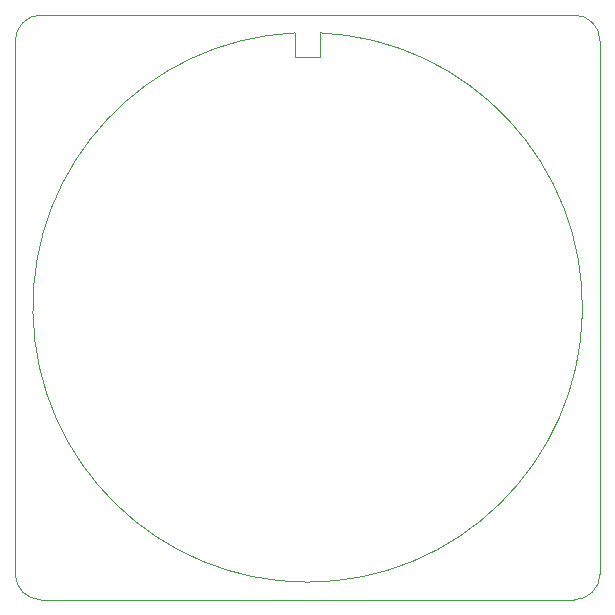
<source format=gbr>
%TF.GenerationSoftware,KiCad,Pcbnew,9.0.5-9.0.5~ubuntu24.04.1*%
%TF.CreationDate,2025-10-31T15:17:15+08:00*%
%TF.ProjectId,TPS,5450532e-6b69-4636-9164-5f7063625858,rev?*%
%TF.SameCoordinates,Original*%
%TF.FileFunction,Profile,NP*%
%FSLAX46Y46*%
G04 Gerber Fmt 4.6, Leading zero omitted, Abs format (unit mm)*
G04 Created by KiCad (PCBNEW 9.0.5-9.0.5~ubuntu24.04.1) date 2025-10-31 15:17:15*
%MOMM*%
%LPD*%
G01*
G04 APERTURE LIST*
%TA.AperFunction,Profile*%
%ADD10C,0.100000*%
%TD*%
G04 APERTURE END LIST*
D10*
X64268000Y-59243000D02*
X64268000Y-57202000D01*
X87975000Y-103000000D02*
G75*
G02*
X85775000Y-105200000I-2200000J0D01*
G01*
X64268000Y-57202000D02*
G75*
G02*
X62168000Y-57202000I-1050000J-23241000D01*
G01*
X85775000Y-55686000D02*
G75*
G02*
X87975000Y-57886000I0J-2200000D01*
G01*
X62168000Y-59243000D02*
X64268000Y-59243000D01*
X40661000Y-105200000D02*
G75*
G02*
X38461000Y-103000000I0J2200000D01*
G01*
X40661000Y-55686000D02*
X85775000Y-55686000D01*
X62168000Y-59243000D02*
X62168000Y-57202000D01*
X40661000Y-105200000D02*
X85775000Y-105200000D01*
X87975000Y-103000000D02*
X87975000Y-57886000D01*
X38461000Y-57886000D02*
G75*
G02*
X40661000Y-55686000I2200000J0D01*
G01*
X38461000Y-103000000D02*
X38461000Y-57886000D01*
M02*

</source>
